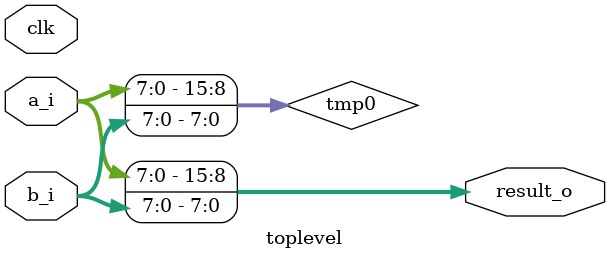
<source format=v>

module toplevel(clk, a_i, b_i, result_o);
    input clk;
    input[7:0] a_i;
    input[7:0] b_i;
    output[15:0] result_o;

    wire[15:0] tmp0;

    // Combinational
    assign result_o = tmp0;
    assign tmp0 = {a_i, b_i};

endmodule


</source>
